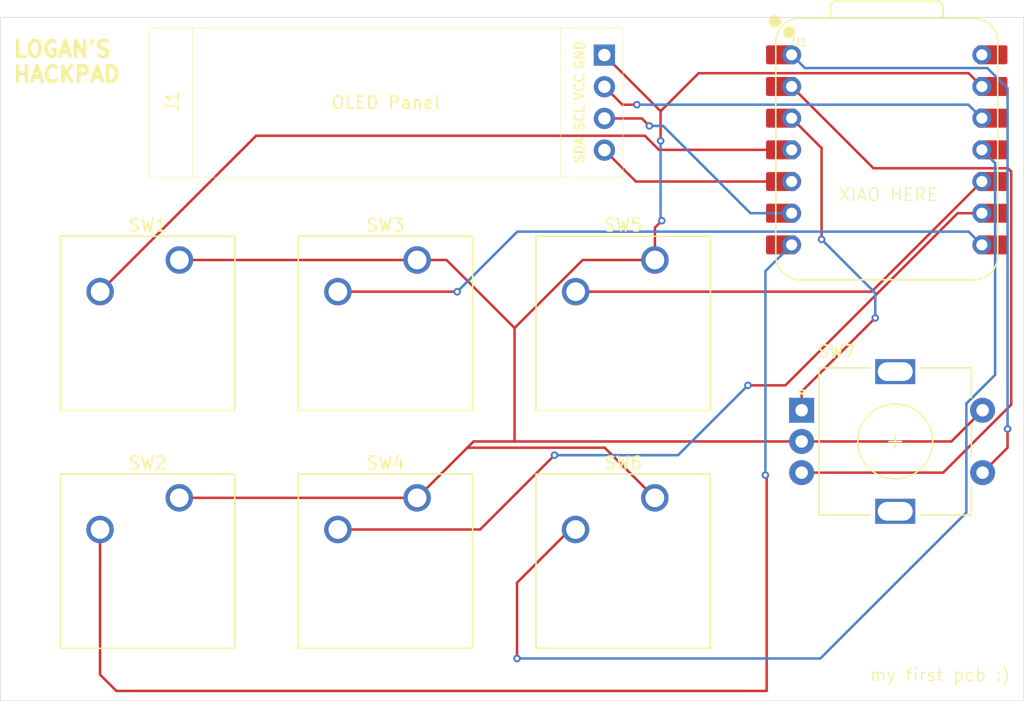
<source format=kicad_pcb>
(kicad_pcb (version 20241229) (generator "pcbnew") (generator_version "9.0")
  (layers (0 "F.Cu" signal) (2 "B.Cu" signal) (13 "F.Paste" user) (15 "B.Paste" user) (5 "F.SilkS" user "F.Silkscreen") (7 "B.SilkS" user "B.Silkscreen") (1 "F.Mask" user) (3 "B.Mask" user) (25 "Edge.Cuts" user))
  (net 0 "")
  (net 1 "GND")
  (net 2 "+5V")
  (net 3 "Net-(U1-GPIO1{slash}RX)")
  (net 4 "Net-(U1-GPIO2{slash}SCK)")
  (net 5 "Net-(U1-GPIO4{slash}MISO)")
  (net 6 "Net-(U1-GPIO3{slash}MOSI)")
  (net 7 "+3V3")
  (net 8 "SDA")
  (net 9 "SCL")
  (net 10 "Net-(U1-GPIO29{slash}ADC3{slash}A3)")
  (net 11 "Net-(U1-GPIO0{slash}TX)")
  (net 12 "Net-(U1-GPIO27{slash}ADC1{slash}A1)")
  (net 13 "Net-(U1-GPIO26{slash}ADC0{slash}A0)")
  (net 14 "Net-(U1-GPIO28{slash}ADC2{slash}A2)")
  (footprint "Button_Switch_Keyboard:SW_Cherry_MX_1.00u_PCB" (layer "F.Cu") (at 175.04625 100.4505)
    (property "Reference" "SW5" (at -2.54 -2.794 0) (layer "F.SilkS"))
    (property "Value" "SW_Push")
    (fp_line (start -9.525 -1.905) (end 4.445 -1.905) (stroke (width 0.12)) (layer "F.SilkS"))
    (fp_line (start -9.525 12.065) (end -9.525 -1.905) (stroke (width 0.12)) (layer "F.SilkS"))
    (fp_line (start 4.445 -1.905) (end 4.445 12.065) (stroke (width 0.12)) (layer "F.SilkS"))
    (fp_line (start 4.445 12.065) (end -9.525 12.065) (stroke (width 0.12)) (layer "F.SilkS"))
    (pad "" np_thru_hole circle (at -7.62 5.08) (size 1.7 1.7) (drill 1.7) (layers "*.Cu" "*.Mask"))
    (pad "" np_thru_hole circle (at -2.54 5.08) (size 4 4) (drill 4) (layers "*.Cu" "*.Mask"))
    (pad "" np_thru_hole circle (at 2.54 5.08) (size 1.7 1.7) (drill 1.7) (layers "*.Cu" "*.Mask"))
    (pad "1" thru_hole circle (at 0 0) (size 2.2 2.2) (drill 1.5) (layers "*.Cu" "*.Mask") (net 1 "GND"))
    (pad "2" thru_hole circle (at -6.35 2.54) (size 2.2 2.2) (drill 1.5) (layers "*.Cu" "*.Mask") (net 5 "Net-(U1-GPIO4{slash}MISO)"))
  )
  (footprint "Button_Switch_Keyboard:SW_Cherry_MX_1.00u_PCB" (layer "F.Cu") (at 175.04 119.52)
    (property "Reference" "SW6" (at -2.54 -2.794 0) (layer "F.SilkS"))
    (property "Value" "SW_Push")
    (fp_line (start -9.525 -1.905) (end 4.445 -1.905) (stroke (width 0.12)) (layer "F.SilkS"))
    (fp_line (start -9.525 12.065) (end -9.525 -1.905) (stroke (width 0.12)) (layer "F.SilkS"))
    (fp_line (start 4.445 -1.905) (end 4.445 12.065) (stroke (width 0.12)) (layer "F.SilkS"))
    (fp_line (start 4.445 12.065) (end -9.525 12.065) (stroke (width 0.12)) (layer "F.SilkS"))
    (pad "" np_thru_hole circle (at -7.62 5.08) (size 1.7 1.7) (drill 1.7) (layers "*.Cu" "*.Mask"))
    (pad "" np_thru_hole circle (at -2.54 5.08) (size 4 4) (drill 4) (layers "*.Cu" "*.Mask"))
    (pad "" np_thru_hole circle (at 2.54 5.08) (size 1.7 1.7) (drill 1.7) (layers "*.Cu" "*.Mask"))
    (pad "1" thru_hole circle (at 0 0) (size 2.2 2.2) (drill 1.5) (layers "*.Cu" "*.Mask") (net 1 "GND"))
    (pad "2" thru_hole circle (at -6.35 2.54) (size 2.2 2.2) (drill 1.5) (layers "*.Cu" "*.Mask") (net 6 "Net-(U1-GPIO3{slash}MOSI)"))
  )
  (footprint "Button_Switch_Keyboard:SW_Cherry_MX_1.00u_PCB" (layer "F.Cu") (at 155.99625 119.52)
    (property "Reference" "SW4" (at -2.54 -2.794 0) (layer "F.SilkS"))
    (property "Value" "SW_Push")
    (fp_line (start -9.525 -1.905) (end 4.445 -1.905) (stroke (width 0.12)) (layer "F.SilkS"))
    (fp_line (start -9.525 12.065) (end -9.525 -1.905) (stroke (width 0.12)) (layer "F.SilkS"))
    (fp_line (start 4.445 -1.905) (end 4.445 12.065) (stroke (width 0.12)) (layer "F.SilkS"))
    (fp_line (start 4.445 12.065) (end -9.525 12.065) (stroke (width 0.12)) (layer "F.SilkS"))
    (pad "" np_thru_hole circle (at -7.62 5.08) (size 1.7 1.7) (drill 1.7) (layers "*.Cu" "*.Mask"))
    (pad "" np_thru_hole circle (at -2.54 5.08) (size 4 4) (drill 4) (layers "*.Cu" "*.Mask"))
    (pad "" np_thru_hole circle (at 2.54 5.08) (size 1.7 1.7) (drill 1.7) (layers "*.Cu" "*.Mask"))
    (pad "1" thru_hole circle (at 0 0) (size 2.2 2.2) (drill 1.5) (layers "*.Cu" "*.Mask") (net 1 "GND"))
    (pad "2" thru_hole circle (at -6.35 2.54) (size 2.2 2.2) (drill 1.5) (layers "*.Cu" "*.Mask") (net 4 "Net-(U1-GPIO2{slash}SCK)"))
  )
  (footprint "OLED:SSD1306-0.91-OLED-4pin-128x32" (layer "F.Cu") (at 134.5 81.83)
    (property "Reference" "J1" (at 1.9 5.91 90) (layer "F.SilkS"))
    (property "Value" "Conn_01x04_Pin")
    (fp_line (start 0 0) (end 0 12) (stroke (width 0.04)) (layer "F.SilkS"))
    (fp_line (start 0 12) (end 38 12) (stroke (width 0.04)) (layer "F.SilkS"))
    (fp_line (start 3.5 0) (end 3.5 12) (stroke (width 0.04)) (layer "F.SilkS"))
    (fp_line (start 33 0) (end 33 12) (stroke (width 0.04)) (layer "F.SilkS"))
    (fp_line (start 38 0) (end 0 0) (stroke (width 0.04)) (layer "F.SilkS"))
    (fp_line (start 38 12) (end 38 0) (stroke (width 0.04)) (layer "F.SilkS"))
    (fp_text user "VCC" (at 34.5 4.73 270) (layer "F.SilkS") (effects (font (size 0.75 0.75))))
    (fp_text user "OLED Panel" (at 19 6 0) (layer "F.SilkS"))
    (fp_text user "SDA" (at 34.5 9.81 270) (layer "F.SilkS") (effects (font (size 0.75 0.75))))
    (fp_text user "GND" (at 34.5 2.19 270) (layer "F.SilkS") (effects (font (size 0.75 0.75))))
    (fp_text user "SCL" (at 34.5 7.27 270) (layer "F.SilkS") (effects (font (size 0.75 0.75))))
    (pad "1" thru_hole rect (at 36.5 2.19) (size 1.7 1.7) (drill 1) (layers "*.Cu" "*.Mask") (net 1 "GND"))
    (pad "2" thru_hole oval (at 36.5 4.73) (size 1.7 1.7) (drill 1) (layers "*.Cu" "*.Mask") (net 7 "+3V3"))
    (pad "3" thru_hole oval (at 36.5 7.27) (size 1.7 1.7) (drill 1) (layers "*.Cu" "*.Mask") (net 9 "SCL"))
    (pad "4" thru_hole oval (at 36.5 9.81) (size 1.7 1.7) (drill 1) (layers "*.Cu" "*.Mask") (net 8 "SDA"))
  )
  (footprint "Rotary_Encoder:RotaryEncoder_Alps_EC11E-Switch_Vertical_H20mm" (layer "F.Cu") (at 186.8 112.5)
    (property "Reference" "SW7" (at 2.8 -4.7 0) (layer "F.SilkS"))
    (property "Value" "RotaryEncoder_Switch")
    (fp_line (start -0.3 -1.6) (end 0.3 -1.6) (stroke (width 0.12)) (layer "F.SilkS"))
    (fp_line (start 0 -1.3) (end -0.3 -1.6) (stroke (width 0.12)) (layer "F.SilkS"))
    (fp_line (start 0.3 -1.6) (end 0 -1.3) (stroke (width 0.12)) (layer "F.SilkS"))
    (fp_line (start 1.4 -3.4) (end 1.4 8.4) (stroke (width 0.12)) (layer "F.SilkS"))
    (fp_line (start 5.5 -3.4) (end 1.4 -3.4) (stroke (width 0.12)) (layer "F.SilkS"))
    (fp_line (start 5.5 8.4) (end 1.4 8.4) (stroke (width 0.12)) (layer "F.SilkS"))
    (fp_line (start 7 2.5) (end 8 2.5) (stroke (width 0.12)) (layer "F.SilkS"))
    (fp_line (start 7.5 2) (end 7.5 3) (stroke (width 0.12)) (layer "F.SilkS"))
    (fp_line (start 9.5 -3.4) (end 13.6 -3.4) (stroke (width 0.12)) (layer "F.SilkS"))
    (fp_line (start 13.6 -3.4) (end 13.6 -1) (stroke (width 0.12)) (layer "F.SilkS"))
    (fp_line (start 13.6 1.2) (end 13.6 3.8) (stroke (width 0.12)) (layer "F.SilkS"))
    (fp_line (start 13.6 6) (end 13.6 8.4) (stroke (width 0.12)) (layer "F.SilkS"))
    (fp_line (start 13.6 8.4) (end 9.5 8.4) (stroke (width 0.12)) (layer "F.SilkS"))
    (fp_circle (center 7.5 2.5) (end 10.5 2.5) (stroke (width 0.12)) (fill no) (layer "F.SilkS"))
    (pad "A" thru_hole rect (at 0 0) (size 2 2) (drill 1) (layers "*.Cu" "*.Mask") (net 14 "Net-(U1-GPIO28{slash}ADC2{slash}A2)"))
    (pad "B" thru_hole circle (at 0 5) (size 2 2) (drill 1) (layers "*.Cu" "*.Mask") (net 12 "Net-(U1-GPIO27{slash}ADC1{slash}A1)"))
    (pad "C" thru_hole circle (at 0 2.5) (size 2 2) (drill 1) (layers "*.Cu" "*.Mask") (net 1 "GND"))
    (pad "MP" thru_hole rect (at 7.5 -3.1) (size 3.2 2) (drill oval 2.8 1.5) (layers "*.Cu" "*.Mask"))
    (pad "MP" thru_hole rect (at 7.5 8.1) (size 3.2 2) (drill oval 2.8 1.5) (layers "*.Cu" "*.Mask"))
    (pad "S1" thru_hole circle (at 14.5 5) (size 2 2) (drill 1) (layers "*.Cu" "*.Mask") (net 13 "Net-(U1-GPIO26{slash}ADC0{slash}A0)"))
    (pad "S2" thru_hole circle (at 14.5 0) (size 2 2) (drill 1) (layers "*.Cu" "*.Mask") (net 1 "GND"))
  )
  (footprint "Button_Switch_Keyboard:SW_Cherry_MX_1.00u_PCB" (layer "F.Cu") (at 155.99625 100.4505)
    (property "Reference" "SW3" (at -2.54 -2.794 0) (layer "F.SilkS"))
    (property "Value" "SW_Push")
    (fp_line (start -9.525 -1.905) (end 4.445 -1.905) (stroke (width 0.12)) (layer "F.SilkS"))
    (fp_line (start -9.525 12.065) (end -9.525 -1.905) (stroke (width 0.12)) (layer "F.SilkS"))
    (fp_line (start 4.445 -1.905) (end 4.445 12.065) (stroke (width 0.12)) (layer "F.SilkS"))
    (fp_line (start 4.445 12.065) (end -9.525 12.065) (stroke (width 0.12)) (layer "F.SilkS"))
    (pad "" np_thru_hole circle (at -7.62 5.08) (size 1.7 1.7) (drill 1.7) (layers "*.Cu" "*.Mask"))
    (pad "" np_thru_hole circle (at -2.54 5.08) (size 4 4) (drill 4) (layers "*.Cu" "*.Mask"))
    (pad "" np_thru_hole circle (at 2.54 5.08) (size 1.7 1.7) (drill 1.7) (layers "*.Cu" "*.Mask"))
    (pad "1" thru_hole circle (at 0 0) (size 2.2 2.2) (drill 1.5) (layers "*.Cu" "*.Mask") (net 1 "GND"))
    (pad "2" thru_hole circle (at -6.35 2.54) (size 2.2 2.2) (drill 1.5) (layers "*.Cu" "*.Mask") (net 3 "Net-(U1-GPIO1{slash}RX)"))
  )
  (footprint "Button_Switch_Keyboard:SW_Cherry_MX_1.00u_PCB" (layer "F.Cu") (at 136.94625 100.4505)
    (property "Reference" "SW1" (at -2.54 -2.794 0) (layer "F.SilkS"))
    (property "Value" "SW_Push")
    (fp_line (start -9.525 -1.905) (end 4.445 -1.905) (stroke (width 0.12)) (layer "F.SilkS"))
    (fp_line (start -9.525 12.065) (end -9.525 -1.905) (stroke (width 0.12)) (layer "F.SilkS"))
    (fp_line (start 4.445 -1.905) (end 4.445 12.065) (stroke (width 0.12)) (layer "F.SilkS"))
    (fp_line (start 4.445 12.065) (end -9.525 12.065) (stroke (width 0.12)) (layer "F.SilkS"))
    (pad "" np_thru_hole circle (at -7.62 5.08) (size 1.7 1.7) (drill 1.7) (layers "*.Cu" "*.Mask"))
    (pad "" np_thru_hole circle (at -2.54 5.08) (size 4 4) (drill 4) (layers "*.Cu" "*.Mask"))
    (pad "" np_thru_hole circle (at 2.54 5.08) (size 1.7 1.7) (drill 1.7) (layers "*.Cu" "*.Mask"))
    (pad "1" thru_hole circle (at 0 0) (size 2.2 2.2) (drill 1.5) (layers "*.Cu" "*.Mask") (net 1 "GND"))
    (pad "2" thru_hole circle (at -6.35 2.54) (size 2.2 2.2) (drill 1.5) (layers "*.Cu" "*.Mask") (net 10 "Net-(U1-GPIO29{slash}ADC3{slash}A3)"))
  )
  (footprint "Button_Switch_Keyboard:SW_Cherry_MX_1.00u_PCB" (layer "F.Cu") (at 136.94 119.52)
    (property "Reference" "SW2" (at -2.54 -2.794 0) (layer "F.SilkS"))
    (property "Value" "SW_Push")
    (fp_line (start -9.525 -1.905) (end 4.445 -1.905) (stroke (width 0.12)) (layer "F.SilkS"))
    (fp_line (start -9.525 12.065) (end -9.525 -1.905) (stroke (width 0.12)) (layer "F.SilkS"))
    (fp_line (start 4.445 -1.905) (end 4.445 12.065) (stroke (width 0.12)) (layer "F.SilkS"))
    (fp_line (start 4.445 12.065) (end -9.525 12.065) (stroke (width 0.12)) (layer "F.SilkS"))
    (pad "" np_thru_hole circle (at -7.62 5.08) (size 1.7 1.7) (drill 1.7) (layers "*.Cu" "*.Mask"))
    (pad "" np_thru_hole circle (at -2.54 5.08) (size 4 4) (drill 4) (layers "*.Cu" "*.Mask"))
    (pad "" np_thru_hole circle (at 2.54 5.08) (size 1.7 1.7) (drill 1.7) (layers "*.Cu" "*.Mask"))
    (pad "1" thru_hole circle (at 0 0) (size 2.2 2.2) (drill 1.5) (layers "*.Cu" "*.Mask") (net 1 "GND"))
    (pad "2" thru_hole circle (at -6.35 2.54) (size 2.2 2.2) (drill 1.5) (layers "*.Cu" "*.Mask") (net 11 "Net-(U1-GPIO0{slash}TX)"))
  )
  (footprint "OPL:XIAO-RP2040-DIP" (layer "F.Cu") (at 193.62 91.62)
    (property "Reference" "U1" (at -6.984999 -8.635999 0) (layer "F.SilkS") (effects (font (size 0.635 0.635) (thickness 0.1016))))
    (property "Value" "XIAO-RP2040-DIP")
    (fp_line (start -8.89 8.509) (end -8.89 -8.636) (stroke (width 0.127)) (layer "F.SilkS"))
    (fp_line (start -6.985 10.414) (end 6.985 10.414) (stroke (width 0.127)) (layer "F.SilkS"))
    (fp_line (start -4.495 -10.541) (end -4.491272 -11.451272) (stroke (width 0.127)) (layer "F.SilkS"))
    (fp_line (start -3.991272 -11.951) (end 4.004 -11.951) (stroke (width 0.127)) (layer "F.SilkS"))
    (fp_line (start 4.504 -11.451) (end 4.504 -10.541) (stroke (width 0.127)) (layer "F.SilkS"))
    (fp_line (start 6.985 -10.541) (end -6.985 -10.541) (stroke (width 0.1)) (layer "F.SilkS"))
    (fp_line (start 6.985 -10.541) (end -6.985 -10.541) (stroke (width 0.127)) (layer "F.SilkS"))
    (fp_line (start 8.89 8.509) (end 8.89 -8.636) (stroke (width 0.127)) (layer "F.SilkS"))
    (fp_arc (start -8.89 -8.636) (mid -8.332038 -9.983038) (end -6.985 -10.541) (stroke (width 0.127)) (layer "F.SilkS"))
    (fp_arc (start -6.985 10.414) (mid -8.332038 9.856038) (end -8.89 8.509) (stroke (width 0.127)) (layer "F.SilkS"))
    (fp_arc (start -4.491272 -11.451272) (mid -4.344728 -11.80464) (end -3.991272 -11.951) (stroke (width 0.127)) (layer "F.SilkS"))
    (fp_arc (start 4.004 -11.951) (mid 4.357553 -11.804553) (end 4.504 -11.451) (stroke (width 0.127)) (layer "F.SilkS"))
    (fp_arc (start 6.985 -10.541) (mid 8.332038 -9.983038) (end 8.89 -8.636) (stroke (width 0.127)) (layer "F.SilkS"))
    (fp_arc (start 8.89 8.509) (mid 8.332038 9.856038) (end 6.985 10.414) (stroke (width 0.127)) (layer "F.SilkS"))
    (fp_circle (center -8.95 -10.3) (end -8.95 -10.554) (stroke (width 0.5)) (fill yes) (layer "F.SilkS"))
    (fp_circle (center -7.807 -9.42) (end -7.807 -9.674) (stroke (width 0.5)) (fill yes) (layer "F.SilkS"))
    (pad "1" smd roundrect (at -8.455 -7.62 180) (size 2.432 1.524) (layers "F.Cu" "F.Mask") (roundrect_rratio 0.1) (net 13 "Net-(U1-GPIO26{slash}ADC0{slash}A0)"))
    (pad "1" thru_hole circle (at -7.62 -7.62 180) (size 1.524 1.524) (drill 0.889) (layers "*.Cu" "*.Mask") (net 13 "Net-(U1-GPIO26{slash}ADC0{slash}A0)"))
    (pad "2" smd roundrect (at -8.455 -5.08 180) (size 2.432 1.524) (layers "F.Cu" "F.Mask") (roundrect_rratio 0.1) (net 12 "Net-(U1-GPIO27{slash}ADC1{slash}A1)"))
    (pad "2" thru_hole circle (at -7.62 -5.08 180) (size 1.524 1.524) (drill 0.889) (layers "*.Cu" "*.Mask") (net 12 "Net-(U1-GPIO27{slash}ADC1{slash}A1)"))
    (pad "3" smd roundrect (at -8.455 -2.54 180) (size 2.432 1.524) (layers "F.Cu" "F.Mask") (roundrect_rratio 0.1) (net 14 "Net-(U1-GPIO28{slash}ADC2{slash}A2)"))
    (pad "3" thru_hole circle (at -7.62 -2.54 180) (size 1.524 1.524) (drill 0.889) (layers "*.Cu" "*.Mask") (net 14 "Net-(U1-GPIO28{slash}ADC2{slash}A2)"))
    (pad "4" smd roundrect (at -8.455 0 180) (size 2.432 1.524) (layers "F.Cu" "F.Mask") (roundrect_rratio 0.1) (net 10 "Net-(U1-GPIO29{slash}ADC3{slash}A3)"))
    (pad "4" thru_hole circle (at -7.62 0 180) (size 1.524 1.524) (drill 0.889) (layers "*.Cu" "*.Mask") (net 10 "Net-(U1-GPIO29{slash}ADC3{slash}A3)"))
    (pad "5" smd roundrect (at -8.455 2.54 180) (size 2.432 1.524) (layers "F.Cu" "F.Mask") (roundrect_rratio 0.1) (net 8 "SDA"))
    (pad "5" thru_hole circle (at -7.62 2.54 180) (size 1.524 1.524) (drill 0.889) (layers "*.Cu" "*.Mask") (net 8 "SDA"))
    (pad "6" smd roundrect (at -8.455 5.08 180) (size 2.432 1.524) (layers "F.Cu" "F.Mask") (roundrect_rratio 0.1) (net 9 "SCL"))
    (pad "6" thru_hole circle (at -7.62 5.08 180) (size 1.524 1.524) (drill 0.889) (layers "*.Cu" "*.Mask") (net 9 "SCL"))
    (pad "7" smd roundrect (at -8.455 7.62 180) (size 2.432 1.524) (layers "F.Cu" "F.Mask") (roundrect_rratio 0.1) (net 11 "Net-(U1-GPIO0{slash}TX)"))
    (pad "7" thru_hole circle (at -7.62 7.62 180) (size 1.524 1.524) (drill 0.889) (layers "*.Cu" "*.Mask") (net 11 "Net-(U1-GPIO0{slash}TX)"))
    (pad "8" thru_hole circle (at 7.62 7.62) (size 1.524 1.524) (drill 0.889) (layers "*.Cu" "*.Mask") (net 3 "Net-(U1-GPIO1{slash}RX)"))
    (pad "8" smd roundrect (at 8.455 7.62) (size 2.432 1.524) (layers "F.Cu" "F.Mask") (roundrect_rratio 0.1) (net 3 "Net-(U1-GPIO1{slash}RX)"))
    (pad "9" thru_hole circle (at 7.62 5.08) (size 1.524 1.524) (drill 0.889) (layers "*.Cu" "*.Mask") (net 4 "Net-(U1-GPIO2{slash}SCK)"))
    (pad "9" smd roundrect (at 8.455 5.08) (size 2.432 1.524) (layers "F.Cu" "F.Mask") (roundrect_rratio 0.1) (net 4 "Net-(U1-GPIO2{slash}SCK)"))
    (pad "10" thru_hole circle (at 7.62 2.54) (size 1.524 1.524) (drill 0.889) (layers "*.Cu" "*.Mask") (net 5 "Net-(U1-GPIO4{slash}MISO)"))
    (pad "10" smd roundrect (at 8.455 2.54) (size 2.432 1.524) (layers "F.Cu" "F.Mask") (roundrect_rratio 0.1) (net 5 "Net-(U1-GPIO4{slash}MISO)"))
    (pad "11" thru_hole circle (at 7.62 0) (size 1.524 1.524) (drill 0.889) (layers "*.Cu" "*.Mask") (net 6 "Net-(U1-GPIO3{slash}MOSI)"))
    (pad "11" smd roundrect (at 8.455 0) (size 2.432 1.524) (layers "F.Cu" "F.Mask") (roundrect_rratio 0.1) (net 6 "Net-(U1-GPIO3{slash}MOSI)"))
    (pad "12" thru_hole circle (at 7.62 -2.54) (size 1.524 1.524) (drill 0.889) (layers "*.Cu" "*.Mask") (net 7 "+3V3"))
    (pad "12" smd roundrect (at 8.455 -2.54) (size 2.432 1.524) (layers "F.Cu" "F.Mask") (roundrect_rratio 0.1) (net 7 "+3V3"))
    (pad "13" thru_hole circle (at 7.62 -5.08) (size 1.524 1.524) (drill 0.889) (layers "*.Cu" "*.Mask") (net 1 "GND"))
    (pad "13" smd roundrect (at 8.455 -5.08) (size 2.432 1.524) (layers "F.Cu" "F.Mask") (roundrect_rratio 0.1) (net 1 "GND"))
    (pad "14" thru_hole circle (at 7.62 -7.62) (size 1.524 1.524) (drill 0.889) (layers "*.Cu" "*.Mask") (net 2 "+5V"))
    (pad "14" smd roundrect (at 8.455 -7.62) (size 2.432 1.524) (layers "F.Cu" "F.Mask") (roundrect_rratio 0.1) (net 2 "+5V"))
  )
  (gr_rect (start 122.6 81) (end 204.6 135.8) (stroke (width 0.05)) (fill no) (layer "Edge.Cuts"))
  (gr_text "LOGAN'S\nHACKPAD" (at 123.5 86.3 0) (layer "F.SilkS") (effects (font (size 1.25 1.25) (thickness 0.3)) (justify left bottom)))
  (gr_text "XIAO HERE" (at 189.7 95.8 0) (layer "F.SilkS") (effects (font (size 1 1) (thickness 0.1)) (justify left bottom)))
  (gr_text "my first pcb :)" (at 192.2 134.3 0) (layer "F.SilkS") (effects (font (size 1 1) (thickness 0.1)) (justify left bottom)))
  (segment (start 160.51625 115) (end 163.8 115) (width 0.2) (layer "F.Cu") (net 1))
  (segment (start 160.01725 115.499) (end 160.51625 115) (width 0.2) (layer "F.Cu") (net 1))
  (segment (start 171 84.02) (end 175.5 88.52) (width 0.2) (layer "F.Cu") (net 1))
  (segment (start 200.177 85.477) (end 178.543 85.477) (width 0.2) (layer "F.Cu") (net 1))
  (segment (start 171.019 115.499) (end 175.04 119.52) (width 0.2) (layer "F.Cu") (net 1))
  (segment (start 158.3505 100.4505) (end 163.802718 105.902718) (width 0.2) (layer "F.Cu") (net 1))
  (segment (start 178.543 85.477) (end 175.5 88.52) (width 0.2) (layer "F.Cu") (net 1))
  (segment (start 169.254936 100.4505) (end 163.802718 105.902718) (width 0.2) (layer "F.Cu") (net 1))
  (segment (start 163.802718 105.902718) (end 163.8 105.905436) (width 0.2) (layer "F.Cu") (net 1))
  (segment (start 175.04625 100.4505) (end 169.254936 100.4505) (width 0.2) (layer "F.Cu") (net 1))
  (segment (start 175.6 97.3) (end 175.04625 97.85375) (width 0.2) (layer "F.Cu") (net 1))
  (segment (start 201.24 86.54) (end 200.177 85.477) (width 0.2) (layer "F.Cu") (net 1))
  (segment (start 198.8 115) (end 186.8 115) (width 0.2) (layer "F.Cu") (net 1))
  (segment (start 163.8 105.905436) (end 163.8 115) (width 0.2) (layer "F.Cu") (net 1))
  (segment (start 136.94625 100.4505) (end 155.99625 100.4505) (width 0.2) (layer "F.Cu") (net 1))
  (segment (start 163.8 115) (end 186.8 115) (width 0.2) (layer "F.Cu") (net 1))
  (segment (start 155.99625 119.52) (end 160.01725 115.499) (width 0.2) (layer "F.Cu") (net 1))
  (segment (start 160.01725 115.499) (end 171.019 115.499) (width 0.2) (layer "F.Cu") (net 1))
  (segment (start 175.04625 97.85375) (end 175.04625 100.4505) (width 0.2) (layer "F.Cu") (net 1))
  (segment (start 155.99625 100.4505) (end 158.3505 100.4505) (width 0.2) (layer "F.Cu") (net 1))
  (segment (start 136.94 119.52) (end 155.99625 119.52) (width 0.2) (layer "F.Cu") (net 1))
  (segment (start 201.3 112.5) (end 198.8 115) (width 0.2) (layer "F.Cu") (net 1))
  (segment (start 175.5 88.52) (end 175.5 90.9) (width 0.2) (layer "F.Cu") (net 1))
  (via (at 175.5 90.9) (size 0.6) (drill 0.3) (layers "F.Cu" "B.Cu") (net 1))
  (via (at 175.6 97.3) (size 0.6) (drill 0.3) (layers "F.Cu" "B.Cu") (net 1))
  (segment (start 175.5 97.2) (end 175.6 97.3) (width 0.2) (layer "B.Cu") (net 1))
  (segment (start 175.5 90.9) (end 175.5 97.2) (width 0.2) (layer "B.Cu") (net 1))
  (segment (start 159.1905 102.9905) (end 159.2 103) (width 0.2) (layer "F.Cu") (net 3))
  (segment (start 149.64625 102.9905) (end 159.1905 102.9905) (width 0.2) (layer "F.Cu") (net 3))
  (via (at 159.2 103) (size 0.6) (drill 0.3) (layers "F.Cu" "B.Cu") (net 3))
  (segment (start 164.023 98.177) (end 200.177 98.177) (width 0.2) (layer "B.Cu") (net 3))
  (segment (start 200.177 98.177) (end 201.24 99.24) (width 0.2) (layer "B.Cu") (net 3))
  (segment (start 159.2 103) (end 164.023 98.177) (width 0.2) (layer "B.Cu") (net 3))
  (segment (start 182.5 110.5) (end 185.5 110.5) (width 0.2) (layer "F.Cu") (net 4))
  (segment (start 185.5 110.5) (end 199.3 96.7) (width 0.2) (layer "F.Cu") (net 4))
  (segment (start 161.04 122.06) (end 167 116.1) (width 0.2) (layer "F.Cu") (net 4))
  (segment (start 199.3 96.7) (end 202.075 96.7) (width 0.2) (layer "F.Cu") (net 4))
  (segment (start 149.64625 122.06) (end 161.04 122.06) (width 0.2) (layer "F.Cu") (net 4))
  (via (at 167 116.1) (size 0.6) (drill 0.3) (layers "F.Cu" "B.Cu") (net 4))
  (via (at 182.5 110.5) (size 0.6) (drill 0.3) (layers "F.Cu" "B.Cu") (net 4))
  (segment (start 167 116.1) (end 176.9 116.1) (width 0.2) (layer "B.Cu") (net 4))
  (segment (start 176.9 116.1) (end 182.5 110.5) (width 0.2) (layer "B.Cu") (net 4))
  (segment (start 168.69625 102.9905) (end 192.4095 102.9905) (width 0.2) (layer "F.Cu") (net 5))
  (segment (start 192.4095 102.9905) (end 201.24 94.16) (width 0.2) (layer "F.Cu") (net 5))
  (segment (start 168.26153 122.06) (end 164 126.32153) (width 0.2) (layer "F.Cu") (net 6))
  (segment (start 164 126.32153) (end 164 132.4) (width 0.2) (layer "F.Cu") (net 6))
  (segment (start 168.69 122.06) (end 168.26153 122.06) (width 0.2) (layer "F.Cu") (net 6))
  (via (at 164 132.4) (size 0.6) (drill 0.3) (layers "F.Cu" "B.Cu") (net 6))
  (segment (start 164 132.4) (end 188.3 132.4) (width 0.2) (layer "B.Cu") (net 6))
  (segment (start 202.303 92.683) (end 201.24 91.62) (width 0.2) (layer "B.Cu") (net 6))
  (segment (start 199.999 111.961108) (end 202.303 109.657108) (width 0.2) (layer "B.Cu") (net 6))
  (segment (start 188.3 132.4) (end 199.999 120.701) (width 0.2) (layer "B.Cu") (net 6))
  (segment (start 199.999 120.701) (end 199.999 111.961108) (width 0.2) (layer "B.Cu") (net 6))
  (segment (start 202.303 109.657108) (end 202.303 92.683) (width 0.2) (layer "B.Cu") (net 6))
  (segment (start 172.44 88) (end 173.6 88) (width 0.2) (layer "F.Cu") (net 7))
  (segment (start 171 86.56) (end 172.44 88) (width 0.2) (layer "F.Cu") (net 7))
  (via (at 173.6 88) (size 0.6) (drill 0.3) (layers "F.Cu" "B.Cu") (net 7))
  (segment (start 173.6 88) (end 200.16 88) (width 0.2) (layer "B.Cu") (net 7))
  (segment (start 200.16 88) (end 201.24 89.08) (width 0.2) (layer "B.Cu") (net 7))
  (segment (start 173.52 94.16) (end 186 94.16) (width 0.2) (layer "F.Cu") (net 8))
  (segment (start 171 91.64) (end 173.52 94.16) (width 0.2) (layer "F.Cu") (net 8))
  (segment (start 171 89.1) (end 174 89.1) (width 0.2) (layer "F.Cu") (net 9))
  (segment (start 174 89.1) (end 174.6 89.7) (width 0.2) (layer "F.Cu") (net 9))
  (via (at 174.6 89.7) (size 0.6) (drill 0.3) (layers "F.Cu" "B.Cu") (net 9))
  (segment (start 174.6 89.7) (end 175.7 89.7) (width 0.2) (layer "B.Cu") (net 9))
  (segment (start 175.7 89.7) (end 182.7 96.7) (width 0.2) (layer "B.Cu") (net 9))
  (segment (start 182.7 96.7) (end 186 96.7) (width 0.2) (layer "B.Cu") (net 9))
  (segment (start 175.370057 91.62) (end 186 91.62) (width 0.2) (layer "F.Cu") (net 10))
  (segment (start 174.239057 90.489) (end 175.370057 91.62) (width 0.2) (layer "F.Cu") (net 10))
  (segment (start 143.09775 90.489) (end 174.239057 90.489) (width 0.2) (layer "F.Cu") (net 10))
  (segment (start 130.59625 102.9905) (end 143.09775 90.489) (width 0.2) (layer "F.Cu") (net 10))
  (segment (start 184 117.8) (end 183.9 117.7) (width 0.2) (layer "F.Cu") (net 11))
  (segment (start 131.9 135) (end 184 135) (width 0.2) (layer "F.Cu") (net 11))
  (segment (start 130.59 133.69) (end 131.9 135) (width 0.2) (layer "F.Cu") (net 11))
  (segment (start 130.59 122.06) (end 130.59 133.69) (width 0.2) (layer "F.Cu") (net 11))
  (segment (start 184 135) (end 184 117.8) (width 0.2) (layer "F.Cu") (net 11))
  (via (at 183.9 117.7) (size 0.6) (drill 0.3) (layers "F.Cu" "B.Cu") (net 11))
  (segment (start 183.9 117.7) (end 183.9 101.34) (width 0.2) (layer "B.Cu") (net 11))
  (segment (start 183.9 101.34) (end 186 99.24) (width 0.2) (layer "B.Cu") (net 11))
  (segment (start 203.592 112.047892) (end 203.592 93.358374) (width 0.2) (layer "F.Cu") (net 12))
  (segment (start 186.8 117.5) (end 198.139892 117.5) (width 0.2) (layer "F.Cu") (net 12))
  (segment (start 192.557 93.097) (end 186 86.54) (width 0.2) (layer "F.Cu") (net 12))
  (segment (start 198.139892 117.5) (end 203.592 112.047892) (width 0.2) (layer "F.Cu") (net 12))
  (segment (start 203.592 93.358374) (end 203.330626 93.097) (width 0.2) (layer "F.Cu") (net 12))
  (segment (start 203.330626 93.097) (end 192.557 93.097) (width 0.2) (layer "F.Cu") (net 12))
  (segment (start 201.3 117.5) (end 203.3 115.5) (width 0.2) (layer "F.Cu") (net 13))
  (segment (start 203.3 115.5) (end 203.3 114) (width 0.2) (layer "F.Cu") (net 13))
  (via (at 203.3 114) (size 0.6) (drill 0.3) (layers "F.Cu" "B.Cu") (net 13))
  (segment (start 203.3 114) (end 203.3 86.68269) (width 0.2) (layer "B.Cu") (net 13))
  (segment (start 203.3 86.68269) (end 201.68031 85.063) (width 0.2) (layer "B.Cu") (net 13))
  (segment (start 187.063 85.063) (end 186 84) (width 0.2) (layer "B.Cu") (net 13))
  (segment (start 201.68031 85.063) (end 187.063 85.063) (width 0.2) (layer "B.Cu") (net 13))
  (segment (start 188.4 98.8) (end 188.4 91.48) (width 0.2) (layer "F.Cu") (net 14))
  (segment (start 188.4 91.48) (end 186 89.08) (width 0.2) (layer "F.Cu") (net 14))
  (segment (start 186.8 111) (end 192.7 105.1) (width 0.2) (layer "F.Cu") (net 14))
  (segment (start 186.8 112.5) (end 186.8 111) (width 0.2) (layer "F.Cu") (net 14))
  (via (at 192.7 105.1) (size 0.6) (drill 0.3) (layers "F.Cu" "B.Cu") (net 14))
  (via (at 188.4 98.8) (size 0.6) (drill 0.3) (layers "F.Cu" "B.Cu") (net 14))
  (segment (start 192.7 103.1) (end 188.4 98.8) (width 0.2) (layer "B.Cu") (net 14))
  (segment (start 192.7 105.1) (end 192.7 103.1) (width 0.2) (layer "B.Cu") (net 14))
)
</source>
